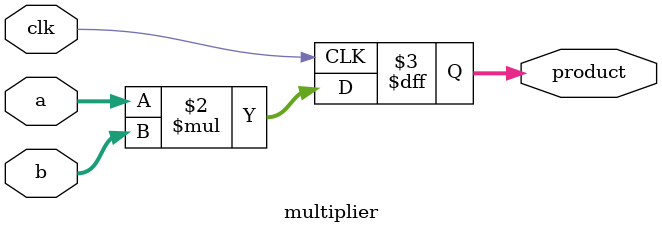
<source format=sv>
`timescale 1ns / 1ps


module multiplier(
    input logic [3:0] a,b,
    input logic clk,
    output logic [7:0] product
    );
    
    always@(posedge clk)begin
        product <= a*b;  
    end    
endmodule

</source>
